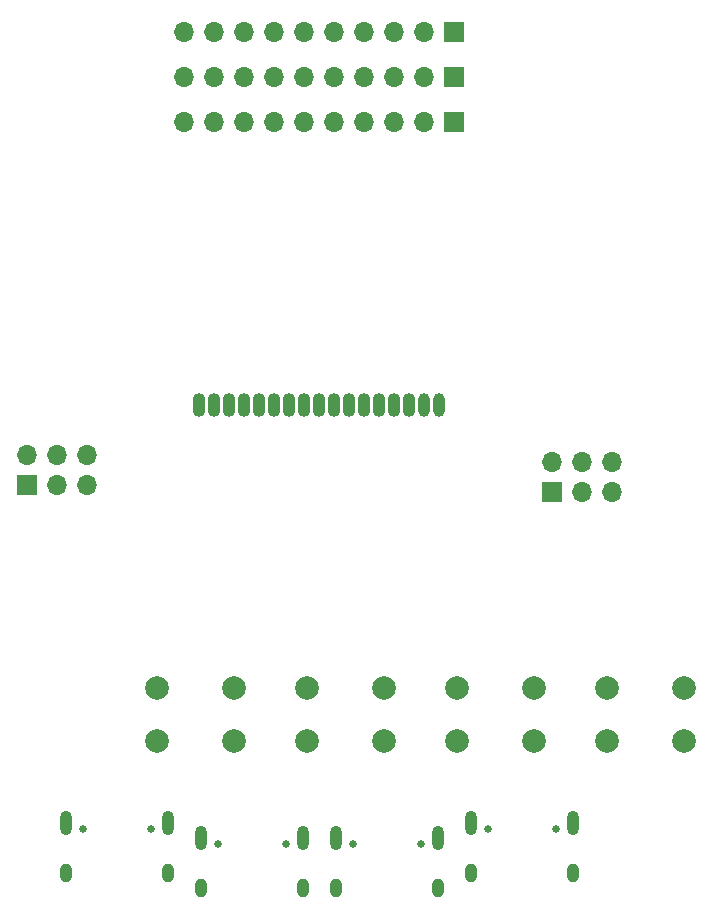
<source format=gbr>
%TF.GenerationSoftware,KiCad,Pcbnew,(6.0.5)*%
%TF.CreationDate,2022-10-18T22:35:11+09:00*%
%TF.ProjectId,IO_Board,494f5f42-6f61-4726-942e-6b696361645f,rev?*%
%TF.SameCoordinates,Original*%
%TF.FileFunction,Soldermask,Bot*%
%TF.FilePolarity,Negative*%
%FSLAX46Y46*%
G04 Gerber Fmt 4.6, Leading zero omitted, Abs format (unit mm)*
G04 Created by KiCad (PCBNEW (6.0.5)) date 2022-10-18 22:35:11*
%MOMM*%
%LPD*%
G01*
G04 APERTURE LIST*
%ADD10C,2.000000*%
%ADD11R,1.700000X1.700000*%
%ADD12O,1.700000X1.700000*%
%ADD13C,0.650000*%
%ADD14O,1.000000X1.600000*%
%ADD15O,1.000000X2.100000*%
%ADD16O,1.100000X2.000000*%
%ADD17O,1.000000X2.000000*%
G04 APERTURE END LIST*
D10*
%TO.C,R*%
X176765000Y-132775000D03*
X183265000Y-132775000D03*
X183265000Y-137275000D03*
X176765000Y-137275000D03*
%TD*%
D11*
%TO.C,J3*%
X163825000Y-84836000D03*
D12*
X161285000Y-84836000D03*
X158745000Y-84836000D03*
X156205000Y-84836000D03*
X153665000Y-84836000D03*
X151125000Y-84836000D03*
X148585000Y-84836000D03*
X146045000Y-84836000D03*
X143505000Y-84836000D03*
X140965000Y-84836000D03*
%TD*%
D13*
%TO.C,J4*%
X155225000Y-145985000D03*
X161005000Y-145985000D03*
D14*
X162435000Y-149665000D03*
D15*
X153795000Y-145485000D03*
X162435000Y-145485000D03*
D14*
X153795000Y-149665000D03*
%TD*%
D11*
%TO.C,J9*%
X172085000Y-116205000D03*
D12*
X172085000Y-113665000D03*
X174625000Y-116205000D03*
X174625000Y-113665000D03*
X177165000Y-116205000D03*
X177165000Y-113665000D03*
%TD*%
D10*
%TO.C,START*%
X157865000Y-132775000D03*
X151365000Y-132775000D03*
X157865000Y-137275000D03*
X151365000Y-137275000D03*
%TD*%
D11*
%TO.C,J2*%
X127650000Y-115575000D03*
D12*
X127650000Y-113035000D03*
X130190000Y-115575000D03*
X130190000Y-113035000D03*
X132730000Y-115575000D03*
X132730000Y-113035000D03*
%TD*%
D13*
%TO.C,J10*%
X132365000Y-144715000D03*
X138145000Y-144715000D03*
D14*
X130935000Y-148395000D03*
X139575000Y-148395000D03*
D15*
X139575000Y-144215000D03*
X130935000Y-144215000D03*
%TD*%
D16*
%TO.C,J6*%
X142240000Y-108785000D03*
X143510000Y-108785000D03*
X144780000Y-108785000D03*
X146050000Y-108785000D03*
X147320000Y-108785000D03*
X148590000Y-108785000D03*
X149860000Y-108785000D03*
X151130000Y-108785000D03*
X152400000Y-108785000D03*
X153670000Y-108785000D03*
X154940000Y-108785000D03*
X156210000Y-108785000D03*
X157480000Y-108785000D03*
X158750000Y-108785000D03*
X160020000Y-108785000D03*
D17*
X161290000Y-108795000D03*
X162560000Y-108795000D03*
%TD*%
D10*
%TO.C,L*%
X145165000Y-132775000D03*
X138665000Y-132775000D03*
X138665000Y-137275000D03*
X145165000Y-137275000D03*
%TD*%
%TO.C,STOP*%
X164065000Y-132775000D03*
X170565000Y-132775000D03*
X170565000Y-137275000D03*
X164065000Y-137275000D03*
%TD*%
D13*
%TO.C,J7*%
X166655000Y-144715000D03*
X172435000Y-144715000D03*
D15*
X165225000Y-144215000D03*
D14*
X173865000Y-148395000D03*
X165225000Y-148395000D03*
D15*
X173865000Y-144215000D03*
%TD*%
D11*
%TO.C,J5*%
X163830000Y-77216000D03*
D12*
X161290000Y-77216000D03*
X158750000Y-77216000D03*
X156210000Y-77216000D03*
X153670000Y-77216000D03*
X151130000Y-77216000D03*
X148590000Y-77216000D03*
X146050000Y-77216000D03*
X143510000Y-77216000D03*
X140970000Y-77216000D03*
%TD*%
D11*
%TO.C,J8*%
X163830000Y-81026000D03*
D12*
X161290000Y-81026000D03*
X158750000Y-81026000D03*
X156210000Y-81026000D03*
X153670000Y-81026000D03*
X151130000Y-81026000D03*
X148590000Y-81026000D03*
X146050000Y-81026000D03*
X143510000Y-81026000D03*
X140970000Y-81026000D03*
%TD*%
D13*
%TO.C,J1*%
X149575000Y-145985000D03*
X143795000Y-145985000D03*
D14*
X151005000Y-149665000D03*
D15*
X151005000Y-145485000D03*
D14*
X142365000Y-149665000D03*
D15*
X142365000Y-145485000D03*
%TD*%
M02*

</source>
